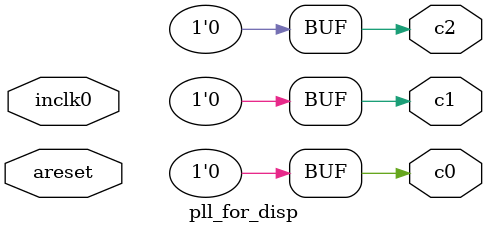
<source format=v>
module pll_for_disp(	// file.cleaned.mlir:2:3
  input  areset,	// file.cleaned.mlir:2:30
         inclk0,	// file.cleaned.mlir:2:47
  output c0,	// file.cleaned.mlir:2:65
         c1,	// file.cleaned.mlir:2:78
         c2	// file.cleaned.mlir:2:91
);

  assign c0 = 1'h0;	// file.cleaned.mlir:3:14, :4:5
  assign c1 = 1'h0;	// file.cleaned.mlir:3:14, :4:5
  assign c2 = 1'h0;	// file.cleaned.mlir:3:14, :4:5
endmodule


</source>
